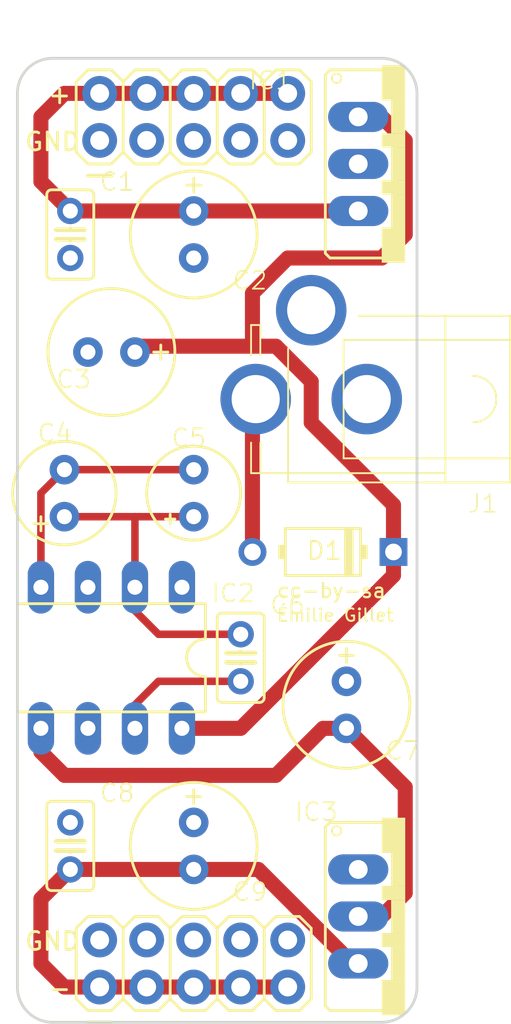
<source format=kicad_pcb>
(kicad_pcb (version 20171130) (host pcbnew 5.0.2+dfsg1-1)

  (general
    (thickness 1.6)
    (drawings 14)
    (tracks 63)
    (zones 0)
    (modules 16)
    (nets 13)
  )

  (page A4)
  (layers
    (0 Top signal)
    (31 Bottom signal)
    (32 B.Adhes user)
    (33 F.Adhes user)
    (34 B.Paste user)
    (35 F.Paste user)
    (36 B.SilkS user)
    (37 F.SilkS user)
    (38 B.Mask user)
    (39 F.Mask user)
    (40 Dwgs.User user)
    (41 Cmts.User user)
    (42 Eco1.User user)
    (43 Eco2.User user)
    (44 Edge.Cuts user)
    (45 Margin user)
    (46 B.CrtYd user)
    (47 F.CrtYd user)
    (48 B.Fab user)
    (49 F.Fab user)
  )

  (setup
    (last_trace_width 0.25)
    (trace_clearance 0.2)
    (zone_clearance 0.508)
    (zone_45_only no)
    (trace_min 0.2)
    (segment_width 0.2)
    (edge_width 0.15)
    (via_size 0.8)
    (via_drill 0.4)
    (via_min_size 0.4)
    (via_min_drill 0.3)
    (uvia_size 0.3)
    (uvia_drill 0.1)
    (uvias_allowed no)
    (uvia_min_size 0.2)
    (uvia_min_drill 0.1)
    (pcb_text_width 0.3)
    (pcb_text_size 1.5 1.5)
    (mod_edge_width 0.15)
    (mod_text_size 1 1)
    (mod_text_width 0.15)
    (pad_size 1.524 1.524)
    (pad_drill 0.762)
    (pad_to_mask_clearance 0.051)
    (solder_mask_min_width 0.25)
    (aux_axis_origin 0 0)
    (visible_elements FFFFFF7F)
    (pcbplotparams
      (layerselection 0x010fc_ffffffff)
      (usegerberextensions false)
      (usegerberattributes false)
      (usegerberadvancedattributes false)
      (creategerberjobfile false)
      (excludeedgelayer true)
      (linewidth 0.100000)
      (plotframeref false)
      (viasonmask false)
      (mode 1)
      (useauxorigin false)
      (hpglpennumber 1)
      (hpglpenspeed 20)
      (hpglpendiameter 15.000000)
      (psnegative false)
      (psa4output false)
      (plotreference true)
      (plotvalue true)
      (plotinvisibletext false)
      (padsonsilk false)
      (subtractmaskfromsilk false)
      (outputformat 1)
      (mirror false)
      (drillshape 1)
      (scaleselection 1)
      (outputdirectory ""))
  )

  (net 0 "")
  (net 1 GND)
  (net 2 VCC)
  (net 3 VEE)
  (net 4 /N$46)
  (net 5 /N$47)
  (net 6 /N$48)
  (net 7 /N$49)
  (net 8 /N$58)
  (net 9 /N$44)
  (net 10 "Net-(IC2-Pad6)")
  (net 11 "Net-(IC2-Pad1)")
  (net 12 "Net-(J1-Pad2)")

  (net_class Default "Questo è il gruppo di collegamenti predefinito"
    (clearance 0.2)
    (trace_width 0.25)
    (via_dia 0.8)
    (via_drill 0.4)
    (uvia_dia 0.3)
    (uvia_drill 0.1)
    (add_net /N$44)
    (add_net /N$46)
    (add_net /N$47)
    (add_net /N$48)
    (add_net /N$49)
    (add_net /N$58)
    (add_net GND)
    (add_net "Net-(IC2-Pad1)")
    (add_net "Net-(IC2-Pad6)")
    (add_net "Net-(J1-Pad2)")
    (add_net VCC)
    (add_net VEE)
  )

  (module SPC4078_BIG_HOLES (layer Top) (tedit 0) (tstamp 5F1FEDAB)
    (at 156.1211 97.3786 180)
    (path /5F1FF2B0)
    (fp_text reference J1 (at -7.62 -5.08) (layer F.SilkS)
      (effects (font (size 0.9652 0.9652) (thickness 0.077216)) (justify right top))
    )
    (fp_text value ~ (at -7.62 6.35) (layer F.Fab)
      (effects (font (size 1.2065 1.2065) (thickness 0.09652)) (justify right top))
    )
    (fp_line (start 3.79 2.73) (end 3.79 -4) (layer F.SilkS) (width 0.1))
    (fp_line (start -8.21 4.5) (end -0.02 4.5) (layer F.SilkS) (width 0.1))
    (fp_line (start 5.29 4) (end 5.79 4) (layer F.SilkS) (width 0.1))
    (fp_line (start 5.79 -2.35) (end 5.79 -4) (layer F.SilkS) (width 0.1))
    (fp_line (start 5.79 4) (end 5.79 2.35) (layer F.SilkS) (width 0.1))
    (fp_line (start 5.29 4) (end 5.29 2.35) (layer F.SilkS) (width 0.1))
    (fp_line (start 5.29 -2.35) (end 5.29 -4) (layer F.SilkS) (width 0.1))
    (fp_arc (start -6.21 0) (end -6.21 -1.25) (angle -180) (layer F.SilkS) (width 0.1))
    (fp_line (start -6.21 1.25) (end 0.79 1.25) (layer F.Fab) (width 0.1))
    (fp_line (start -6.21 -1.25) (end 0.79 -1.25) (layer F.Fab) (width 0.1))
    (fp_line (start 0.79 3.2) (end 0.79 -3.2) (layer F.SilkS) (width 0.1))
    (fp_line (start -8.21 3.2) (end 0.79 3.2) (layer F.SilkS) (width 0.1))
    (fp_line (start -8.21 -3.2) (end 0.79 -3.2) (layer F.SilkS) (width 0.1))
    (fp_line (start 5.29 4) (end 5.29 -4) (layer F.Fab) (width 0.1))
    (fp_line (start 5.79 4) (end 5.79 -4) (layer F.Fab) (width 0.1))
    (fp_line (start 5.29 -4) (end 5.79 -4) (layer F.SilkS) (width 0.1))
    (fp_line (start 3.79 -4) (end 5.29 -4) (layer F.SilkS) (width 0.1))
    (fp_line (start 5.29 4) (end 5.79 4) (layer F.Fab) (width 0.1))
    (fp_line (start 3.79 4) (end 5.29 4) (layer F.Fab) (width 0.1))
    (fp_line (start -8.21 4.5) (end 3.79 4.5) (layer F.Fab) (width 0.1))
    (fp_line (start -8.21 -4.5) (end 3.79 -4.5) (layer F.SilkS) (width 0.1))
    (fp_line (start 3.79 -4) (end 3.79 -4.5) (layer F.SilkS) (width 0.1))
    (fp_line (start 3.79 4.5) (end 3.79 4) (layer F.Fab) (width 0.1))
    (fp_line (start 3.79 4) (end 3.79 -4) (layer F.Fab) (width 0.1))
    (fp_line (start -4.71 -4) (end 3.79 -4) (layer F.SilkS) (width 0.1))
    (fp_line (start -4.71 4) (end 3.79 4) (layer F.Fab) (width 0.1))
    (fp_line (start -4.71 -4) (end -4.71 -4.5) (layer F.SilkS) (width 0.1))
    (fp_line (start -4.71 4.5) (end -4.71 -4) (layer F.SilkS) (width 0.1))
    (fp_line (start -8.21 -3.2) (end -8.21 -4.5) (layer F.SilkS) (width 0.1))
    (fp_line (start -8.21 3.2) (end -8.21 -3.2) (layer F.SilkS) (width 0.1))
    (fp_line (start -8.21 4.5) (end -8.21 3.2) (layer F.SilkS) (width 0.1))
    (pad 3 thru_hole circle (at 5.54 0 270) (size 3.81 3.81) (drill 2.6) (layers *.Cu *.Mask)
      (net 9 /N$44) (solder_mask_margin 0.1016))
    (pad 1 thru_hole circle (at -0.46 0 270) (size 3.81 3.81) (drill 2.6) (layers *.Cu *.Mask)
      (net 1 GND) (solder_mask_margin 0.1016))
    (pad 2 thru_hole circle (at 2.54 4.8 180) (size 3.81 3.81) (drill 2.6) (layers *.Cu *.Mask)
      (net 12 "Net-(J1-Pad2)") (solder_mask_margin 0.1016))
  )

  (module DIL08 (layer Top) (tedit 0) (tstamp 5F1FEDD0)
    (at 142.7861 111.3486 180)
    (descr "<b>Dual In Line Package</b>")
    (path /5F1FF120)
    (fp_text reference IC2 (at -5.334 2.921) (layer F.SilkS)
      (effects (font (size 0.9652 0.9652) (thickness 0.09652)) (justify left bottom))
    )
    (fp_text value LT1054 (at -3.556 0.635) (layer F.Fab)
      (effects (font (size 1.2065 1.2065) (thickness 0.14478)) (justify right top))
    )
    (fp_arc (start -5.08 0) (end -5.08 -1.016) (angle 180) (layer F.SilkS) (width 0.1524))
    (fp_line (start -5.08 2.921) (end -5.08 1.016) (layer F.SilkS) (width 0.1524))
    (fp_line (start -5.08 -2.921) (end -5.08 -1.016) (layer F.SilkS) (width 0.1524))
    (fp_line (start 5.08 -2.921) (end 5.08 2.921) (layer F.SilkS) (width 0.1524))
    (fp_line (start -5.08 2.921) (end 5.08 2.921) (layer F.SilkS) (width 0.1524))
    (fp_line (start 5.08 -2.921) (end -5.08 -2.921) (layer F.SilkS) (width 0.1524))
    (pad 5 thru_hole oval (at 3.81 -3.81 270) (size 2.8448 1.4224) (drill 0.8128) (layers *.Cu *.Mask)
      (net 8 /N$58) (solder_mask_margin 0.1016))
    (pad 6 thru_hole oval (at 1.27 -3.81 270) (size 2.8448 1.4224) (drill 0.8128) (layers *.Cu *.Mask)
      (net 10 "Net-(IC2-Pad6)") (solder_mask_margin 0.1016))
    (pad 4 thru_hole oval (at 3.81 3.81 270) (size 2.8448 1.4224) (drill 0.8128) (layers *.Cu *.Mask)
      (net 6 /N$48) (solder_mask_margin 0.1016))
    (pad 3 thru_hole oval (at 1.27 3.81 270) (size 2.8448 1.4224) (drill 0.8128) (layers *.Cu *.Mask)
      (net 1 GND) (solder_mask_margin 0.1016))
    (pad 8 thru_hole oval (at -3.81 -3.81 270) (size 2.8448 1.4224) (drill 0.8128) (layers *.Cu *.Mask)
      (net 4 /N$46) (solder_mask_margin 0.1016))
    (pad 7 thru_hole oval (at -1.27 -3.81 270) (size 2.8448 1.4224) (drill 0.8128) (layers *.Cu *.Mask)
      (net 7 /N$49) (solder_mask_margin 0.1016))
    (pad 2 thru_hole oval (at -1.27 3.81 270) (size 2.8448 1.4224) (drill 0.8128) (layers *.Cu *.Mask)
      (net 5 /N$47) (solder_mask_margin 0.1016))
    (pad 1 thru_hole oval (at -3.81 3.81 270) (size 2.8448 1.4224) (drill 0.8128) (layers *.Cu *.Mask)
      (net 11 "Net-(IC2-Pad1)") (solder_mask_margin 0.1016))
  )

  (module E2,5-6 (layer Top) (tedit 0) (tstamp 5F1FEDE1)
    (at 140.2461 102.4586 90)
    (descr "<b>ELECTROLYTIC CAPACITOR</b><p>\ngrid 2.54 mm, diameter 6 mm")
    (path /5F1FE950)
    (fp_text reference C4 (at 2.667 -1.524) (layer F.SilkS)
      (effects (font (size 0.9652 0.9652) (thickness 0.09652)) (justify left bottom))
    )
    (fp_text value 100u (at 2.667 2.667) (layer F.Fab)
      (effects (font (size 0.77216 0.77216) (thickness 0.077216)) (justify left bottom))
    )
    (fp_poly (pts (xy 0.254 1.27) (xy 0.762 1.27) (xy 0.762 -1.27) (xy 0.254 -1.27)) (layer F.Fab) (width 0))
    (fp_circle (center 0 0) (end 2.794 0) (layer F.SilkS) (width 0.1524))
    (fp_line (start 0.635 0) (end 1.651 0) (layer F.Fab) (width 0.1524))
    (fp_line (start -0.762 -1.27) (end -0.762 0) (layer F.Fab) (width 0.1524))
    (fp_line (start -0.254 -1.27) (end -0.762 -1.27) (layer F.Fab) (width 0.1524))
    (fp_line (start -0.254 1.27) (end -0.254 -1.27) (layer F.Fab) (width 0.1524))
    (fp_line (start -0.762 1.27) (end -0.254 1.27) (layer F.Fab) (width 0.1524))
    (fp_line (start -0.762 0) (end -0.762 1.27) (layer F.Fab) (width 0.1524))
    (fp_line (start -1.651 0) (end -0.762 0) (layer F.Fab) (width 0.1524))
    (fp_line (start -1.651 -1.27) (end -1.651 -1.651) (layer F.SilkS) (width 0.1524))
    (fp_line (start -1.651 -1.27) (end -1.27 -1.27) (layer F.SilkS) (width 0.1524))
    (fp_line (start -1.651 -0.889) (end -1.651 -1.27) (layer F.SilkS) (width 0.1524))
    (fp_line (start -2.032 -1.27) (end -1.651 -1.27) (layer F.SilkS) (width 0.1524))
    (pad + thru_hole circle (at -1.27 0 90) (size 1.6002 1.6002) (drill 0.8128) (layers *.Cu *.Mask)
      (net 5 /N$47) (solder_mask_margin 0.1016))
    (pad - thru_hole circle (at 1.27 0 90) (size 1.6002 1.6002) (drill 0.8128) (layers *.Cu *.Mask)
      (net 6 /N$48) (solder_mask_margin 0.1016))
  )

  (module E2,5-7 (layer Top) (tedit 0) (tstamp 5F1FEDF3)
    (at 147.2311 88.4886 270)
    (descr "<b>ELECTROLYTIC CAPACITOR</b><p>\ngrid 2.54 mm, diameter 7 mm")
    (path /5F1FE7C0)
    (fp_text reference C2 (at 3.048 -2.032) (layer F.SilkS)
      (effects (font (size 0.9652 0.9652) (thickness 0.09652)) (justify left bottom))
    )
    (fp_text value 100u (at 3.048 3.175 90) (layer F.Fab)
      (effects (font (size 0.77216 0.77216) (thickness 0.077216)) (justify left bottom))
    )
    (fp_poly (pts (xy 0.254 1.27) (xy 0.762 1.27) (xy 0.762 -1.27) (xy 0.254 -1.27)) (layer F.Fab) (width 0))
    (fp_circle (center 0 0) (end 3.429 0) (layer F.SilkS) (width 0.1524))
    (fp_line (start 0.635 0) (end 1.651 0) (layer F.Fab) (width 0.1524))
    (fp_line (start -0.762 -1.27) (end -0.762 0) (layer F.Fab) (width 0.1524))
    (fp_line (start -0.254 -1.27) (end -0.762 -1.27) (layer F.Fab) (width 0.1524))
    (fp_line (start -0.254 1.27) (end -0.254 -1.27) (layer F.Fab) (width 0.1524))
    (fp_line (start -0.762 1.27) (end -0.254 1.27) (layer F.Fab) (width 0.1524))
    (fp_line (start -0.762 0) (end -0.762 1.27) (layer F.Fab) (width 0.1524))
    (fp_line (start -1.651 0) (end -0.762 0) (layer F.Fab) (width 0.1524))
    (fp_line (start -2.667 0.381) (end -2.667 -0.381) (layer F.SilkS) (width 0.1524))
    (fp_line (start -3.048 0) (end -2.286 0) (layer F.SilkS) (width 0.1524))
    (pad + thru_hole circle (at -1.27 0 270) (size 1.6002 1.6002) (drill 0.8128) (layers *.Cu *.Mask)
      (net 2 VCC) (solder_mask_margin 0.1016))
    (pad - thru_hole circle (at 1.27 0 270) (size 1.6002 1.6002) (drill 0.8128) (layers *.Cu *.Mask)
      (net 1 GND) (solder_mask_margin 0.1016))
  )

  (module E2,5-7 (layer Top) (tedit 0) (tstamp 5F1FEE03)
    (at 147.2311 121.5086 270)
    (descr "<b>ELECTROLYTIC CAPACITOR</b><p>\ngrid 2.54 mm, diameter 7 mm")
    (path /5F1FED38)
    (fp_text reference C9 (at 3.048 -2.032) (layer F.SilkS)
      (effects (font (size 0.9652 0.9652) (thickness 0.09652)) (justify left bottom))
    )
    (fp_text value 100u (at 3.048 3.175 90) (layer F.Fab)
      (effects (font (size 0.77216 0.77216) (thickness 0.077216)) (justify left bottom))
    )
    (fp_poly (pts (xy 0.254 1.27) (xy 0.762 1.27) (xy 0.762 -1.27) (xy 0.254 -1.27)) (layer F.Fab) (width 0))
    (fp_circle (center 0 0) (end 3.429 0) (layer F.SilkS) (width 0.1524))
    (fp_line (start 0.635 0) (end 1.651 0) (layer F.Fab) (width 0.1524))
    (fp_line (start -0.762 -1.27) (end -0.762 0) (layer F.Fab) (width 0.1524))
    (fp_line (start -0.254 -1.27) (end -0.762 -1.27) (layer F.Fab) (width 0.1524))
    (fp_line (start -0.254 1.27) (end -0.254 -1.27) (layer F.Fab) (width 0.1524))
    (fp_line (start -0.762 1.27) (end -0.254 1.27) (layer F.Fab) (width 0.1524))
    (fp_line (start -0.762 0) (end -0.762 1.27) (layer F.Fab) (width 0.1524))
    (fp_line (start -1.651 0) (end -0.762 0) (layer F.Fab) (width 0.1524))
    (fp_line (start -2.667 0.381) (end -2.667 -0.381) (layer F.SilkS) (width 0.1524))
    (fp_line (start -3.048 0) (end -2.286 0) (layer F.SilkS) (width 0.1524))
    (pad + thru_hole circle (at -1.27 0 270) (size 1.6002 1.6002) (drill 0.8128) (layers *.Cu *.Mask)
      (net 1 GND) (solder_mask_margin 0.1016))
    (pad - thru_hole circle (at 1.27 0 270) (size 1.6002 1.6002) (drill 0.8128) (layers *.Cu *.Mask)
      (net 3 VEE) (solder_mask_margin 0.1016))
  )

  (module 79XXS (layer Top) (tedit 0) (tstamp 5F1FEE13)
    (at 158.6611 125.3186 270)
    (descr "<b>VOLTAGE REGULATOR</b>")
    (path /5F1FF1E8)
    (fp_text reference IC3 (at -5.08 6.0452) (layer F.SilkS)
      (effects (font (size 0.9652 0.9652) (thickness 0.09652)) (justify left bottom))
    )
    (fp_text value 790X (at -5.08 7.62 90) (layer F.Fab)
      (effects (font (size 0.9652 0.9652) (thickness 0.09652)) (justify left bottom))
    )
    (fp_poly (pts (xy 1.651 1.27) (xy 3.429 1.27) (xy 3.429 0.762) (xy 1.651 0.762)) (layer F.Fab) (width 0))
    (fp_poly (pts (xy -0.889 1.27) (xy 0.889 1.27) (xy 0.889 0.762) (xy -0.889 0.762)) (layer F.Fab) (width 0))
    (fp_poly (pts (xy -3.429 1.27) (xy -1.651 1.27) (xy -1.651 0.762) (xy -3.429 0.762)) (layer F.Fab) (width 0))
    (fp_poly (pts (xy 3.429 1.27) (xy 5.334 1.27) (xy 5.334 0) (xy 3.429 0)) (layer F.SilkS) (width 0))
    (fp_poly (pts (xy 1.651 0.762) (xy 3.429 0.762) (xy 3.429 0) (xy 1.651 0)) (layer F.SilkS) (width 0))
    (fp_poly (pts (xy 0.889 1.27) (xy 1.651 1.27) (xy 1.651 0) (xy 0.889 0)) (layer F.SilkS) (width 0))
    (fp_poly (pts (xy -0.889 0.762) (xy 0.889 0.762) (xy 0.889 0) (xy -0.889 0)) (layer F.SilkS) (width 0))
    (fp_poly (pts (xy -1.651 1.27) (xy -0.889 1.27) (xy -0.889 0) (xy -1.651 0)) (layer F.SilkS) (width 0))
    (fp_poly (pts (xy -3.429 0.762) (xy -1.651 0.762) (xy -1.651 0) (xy -3.429 0)) (layer F.SilkS) (width 0))
    (fp_poly (pts (xy -5.334 1.27) (xy -3.429 1.27) (xy -3.429 0) (xy -5.334 0)) (layer F.SilkS) (width 0))
    (fp_text user O (at 1.905 3.81 270) (layer F.Fab)
      (effects (font (size 1.2065 1.2065) (thickness 0.127)) (justify left bottom))
    )
    (fp_text user I (at -0.635 3.81 270) (layer F.Fab)
      (effects (font (size 1.2065 1.2065) (thickness 0.127)) (justify left bottom))
    )
    (fp_text user + (at -3.175 3.81 270) (layer F.Fab)
      (effects (font (size 1.2065 1.2065) (thickness 0.127)) (justify left bottom))
    )
    (fp_circle (center -4.6228 3.7084) (end -4.3688 3.7084) (layer F.SilkS) (width 0.1))
    (fp_line (start -5.08 4.064) (end -5.08 1.143) (layer F.SilkS) (width 0.1524))
    (fp_line (start 5.08 1.143) (end 5.08 4.064) (layer F.SilkS) (width 0.1524))
    (fp_line (start -5.08 4.064) (end -4.826 4.318) (layer F.SilkS) (width 0.1524))
    (fp_line (start 4.826 4.318) (end -4.826 4.318) (layer F.SilkS) (width 0.1524))
    (fp_line (start 4.826 4.318) (end 5.08 4.064) (layer F.SilkS) (width 0.1524))
    (pad OUT thru_hole oval (at 2.54 2.54) (size 3.2512 1.6256) (drill 1.016) (layers *.Cu *.Mask)
      (net 3 VEE) (solder_mask_margin 0.1016))
    (pad IN thru_hole oval (at 0 2.54) (size 3.2512 1.6256) (drill 1.016) (layers *.Cu *.Mask)
      (net 8 /N$58) (solder_mask_margin 0.1016))
    (pad GND thru_hole oval (at -2.54 2.54) (size 3.2512 1.6256) (drill 1.016) (layers *.Cu *.Mask)
      (net 1 GND) (solder_mask_margin 0.1016))
  )

  (module E2,5-7 (layer Top) (tedit 0) (tstamp 5F1FEE2C)
    (at 142.7861 94.8386 180)
    (descr "<b>ELECTROLYTIC CAPACITOR</b><p>\ngrid 2.54 mm, diameter 7 mm")
    (path /5F1FE888)
    (fp_text reference C3 (at 3.048 -2.032) (layer F.SilkS)
      (effects (font (size 0.9652 0.9652) (thickness 0.09652)) (justify left bottom))
    )
    (fp_text value 100u (at 3.048 3.175 90) (layer F.Fab)
      (effects (font (size 0.77216 0.77216) (thickness 0.077216)) (justify left bottom))
    )
    (fp_poly (pts (xy 0.254 1.27) (xy 0.762 1.27) (xy 0.762 -1.27) (xy 0.254 -1.27)) (layer F.Fab) (width 0))
    (fp_circle (center 0 0) (end 3.429 0) (layer F.SilkS) (width 0.1524))
    (fp_line (start 0.635 0) (end 1.651 0) (layer F.Fab) (width 0.1524))
    (fp_line (start -0.762 -1.27) (end -0.762 0) (layer F.Fab) (width 0.1524))
    (fp_line (start -0.254 -1.27) (end -0.762 -1.27) (layer F.Fab) (width 0.1524))
    (fp_line (start -0.254 1.27) (end -0.254 -1.27) (layer F.Fab) (width 0.1524))
    (fp_line (start -0.762 1.27) (end -0.254 1.27) (layer F.Fab) (width 0.1524))
    (fp_line (start -0.762 0) (end -0.762 1.27) (layer F.Fab) (width 0.1524))
    (fp_line (start -1.651 0) (end -0.762 0) (layer F.Fab) (width 0.1524))
    (fp_line (start -2.667 0.381) (end -2.667 -0.381) (layer F.SilkS) (width 0.1524))
    (fp_line (start -3.048 0) (end -2.286 0) (layer F.SilkS) (width 0.1524))
    (pad + thru_hole circle (at -1.27 0 180) (size 1.6002 1.6002) (drill 0.8128) (layers *.Cu *.Mask)
      (net 4 /N$46) (solder_mask_margin 0.1016))
    (pad - thru_hole circle (at 1.27 0 180) (size 1.6002 1.6002) (drill 0.8128) (layers *.Cu *.Mask)
      (net 1 GND) (solder_mask_margin 0.1016))
  )

  (module E2,5-7 (layer Top) (tedit 0) (tstamp 5F1FEE3C)
    (at 155.4861 113.8886 270)
    (descr "<b>ELECTROLYTIC CAPACITOR</b><p>\ngrid 2.54 mm, diameter 7 mm")
    (path /5F1FEBA8)
    (fp_text reference C7 (at 3.048 -2.032) (layer F.SilkS)
      (effects (font (size 0.9652 0.9652) (thickness 0.09652)) (justify left bottom))
    )
    (fp_text value 100u (at 3.048 3.175 90) (layer F.Fab)
      (effects (font (size 0.77216 0.77216) (thickness 0.077216)) (justify left bottom))
    )
    (fp_poly (pts (xy 0.254 1.27) (xy 0.762 1.27) (xy 0.762 -1.27) (xy 0.254 -1.27)) (layer F.Fab) (width 0))
    (fp_circle (center 0 0) (end 3.429 0) (layer F.SilkS) (width 0.1524))
    (fp_line (start 0.635 0) (end 1.651 0) (layer F.Fab) (width 0.1524))
    (fp_line (start -0.762 -1.27) (end -0.762 0) (layer F.Fab) (width 0.1524))
    (fp_line (start -0.254 -1.27) (end -0.762 -1.27) (layer F.Fab) (width 0.1524))
    (fp_line (start -0.254 1.27) (end -0.254 -1.27) (layer F.Fab) (width 0.1524))
    (fp_line (start -0.762 1.27) (end -0.254 1.27) (layer F.Fab) (width 0.1524))
    (fp_line (start -0.762 0) (end -0.762 1.27) (layer F.Fab) (width 0.1524))
    (fp_line (start -1.651 0) (end -0.762 0) (layer F.Fab) (width 0.1524))
    (fp_line (start -2.667 0.381) (end -2.667 -0.381) (layer F.SilkS) (width 0.1524))
    (fp_line (start -3.048 0) (end -2.286 0) (layer F.SilkS) (width 0.1524))
    (pad + thru_hole circle (at -1.27 0 270) (size 1.6002 1.6002) (drill 0.8128) (layers *.Cu *.Mask)
      (net 1 GND) (solder_mask_margin 0.1016))
    (pad - thru_hole circle (at 1.27 0 270) (size 1.6002 1.6002) (drill 0.8128) (layers *.Cu *.Mask)
      (net 8 /N$58) (solder_mask_margin 0.1016))
  )

  (module 78XXS (layer Top) (tedit 0) (tstamp 5F1FEE4C)
    (at 158.6611 84.6786 270)
    (descr "<b>VOLTAGE REGULATOR</b>")
    (path /5F1FF058)
    (fp_text reference IC1 (at -5.08 6.0452) (layer F.SilkS)
      (effects (font (size 0.9652 0.9652) (thickness 0.09652)) (justify right top))
    )
    (fp_text value 780X (at -5.08 7.62 90) (layer F.Fab)
      (effects (font (size 0.9652 0.9652) (thickness 0.09652)) (justify left bottom))
    )
    (fp_poly (pts (xy 1.651 1.27) (xy 3.429 1.27) (xy 3.429 0.762) (xy 1.651 0.762)) (layer F.Fab) (width 0))
    (fp_poly (pts (xy -0.889 1.27) (xy 0.889 1.27) (xy 0.889 0.762) (xy -0.889 0.762)) (layer F.Fab) (width 0))
    (fp_poly (pts (xy -3.429 1.27) (xy -1.651 1.27) (xy -1.651 0.762) (xy -3.429 0.762)) (layer F.Fab) (width 0))
    (fp_poly (pts (xy 3.429 1.27) (xy 5.334 1.27) (xy 5.334 0) (xy 3.429 0)) (layer F.SilkS) (width 0))
    (fp_poly (pts (xy 1.651 0.762) (xy 3.429 0.762) (xy 3.429 0) (xy 1.651 0)) (layer F.SilkS) (width 0))
    (fp_poly (pts (xy 0.889 1.27) (xy 1.651 1.27) (xy 1.651 0) (xy 0.889 0)) (layer F.SilkS) (width 0))
    (fp_poly (pts (xy -0.889 0.762) (xy 0.889 0.762) (xy 0.889 0) (xy -0.889 0)) (layer F.SilkS) (width 0))
    (fp_poly (pts (xy -1.651 1.27) (xy -0.889 1.27) (xy -0.889 0) (xy -1.651 0)) (layer F.SilkS) (width 0))
    (fp_poly (pts (xy -3.429 0.762) (xy -1.651 0.762) (xy -1.651 0) (xy -3.429 0)) (layer F.SilkS) (width 0))
    (fp_poly (pts (xy -5.334 1.27) (xy -3.429 1.27) (xy -3.429 0) (xy -5.334 0)) (layer F.SilkS) (width 0))
    (fp_text user O (at 1.905 3.81 270) (layer F.Fab)
      (effects (font (size 1.2065 1.2065) (thickness 0.127)) (justify left bottom))
    )
    (fp_text user I (at -3.175 3.81 270) (layer F.Fab)
      (effects (font (size 1.2065 1.2065) (thickness 0.127)) (justify left bottom))
    )
    (fp_text user - (at -0.635 3.81 270) (layer F.Fab)
      (effects (font (size 1.2065 1.2065) (thickness 0.127)) (justify left bottom))
    )
    (fp_circle (center -4.6228 3.7084) (end -4.3688 3.7084) (layer F.SilkS) (width 0.1))
    (fp_line (start -5.08 4.064) (end -5.08 1.143) (layer F.SilkS) (width 0.1524))
    (fp_line (start 5.08 1.143) (end 5.08 4.064) (layer F.SilkS) (width 0.1524))
    (fp_line (start -5.08 4.064) (end -4.826 4.318) (layer F.SilkS) (width 0.1524))
    (fp_line (start 4.826 4.318) (end -4.826 4.318) (layer F.SilkS) (width 0.1524))
    (fp_line (start 4.826 4.318) (end 5.08 4.064) (layer F.SilkS) (width 0.1524))
    (pad OUT thru_hole oval (at 2.54 2.54) (size 3.2512 1.6256) (drill 1.016) (layers *.Cu *.Mask)
      (net 2 VCC) (solder_mask_margin 0.1016))
    (pad GND thru_hole oval (at 0 2.54) (size 3.2512 1.6256) (drill 1.016) (layers *.Cu *.Mask)
      (net 1 GND) (solder_mask_margin 0.1016))
    (pad IN thru_hole oval (at -2.54 2.54) (size 3.2512 1.6256) (drill 1.016) (layers *.Cu *.Mask)
      (net 4 /N$46) (solder_mask_margin 0.1016))
  )

  (module DO41-3 (layer Top) (tedit 0) (tstamp 5F1FEE65)
    (at 154.2161 105.6336 180)
    (descr "<b>DO-41 0.3\" pad spacing</b>")
    (path /5F1FEE00)
    (fp_text reference D1 (at -1.0922 0.635) (layer F.SilkS)
      (effects (font (size 0.9652 0.9652) (thickness 0.115824)) (justify right top))
    )
    (fp_text value 1N4001 (at -1.905 2.794) (layer F.Fab)
      (effects (font (size 0.9652 0.9652) (thickness 0.115824)) (justify left bottom))
    )
    (fp_poly (pts (xy 2.032 0.381) (xy 2.413 0.381) (xy 2.413 -0.381) (xy 2.032 -0.381)) (layer F.SilkS) (width 0))
    (fp_poly (pts (xy -2.413 0.381) (xy -2.032 0.381) (xy -2.032 -0.381) (xy -2.413 -0.381)) (layer F.SilkS) (width 0))
    (fp_poly (pts (xy -1.651 1.27) (xy -1.143 1.27) (xy -1.143 -1.27) (xy -1.651 -1.27)) (layer F.SilkS) (width 0))
    (fp_line (start -3.81 0) (end -2.54 0) (layer F.Fab) (width 0.762))
    (fp_line (start 3.81 0) (end 2.413 0) (layer F.Fab) (width 0.762))
    (fp_line (start -2.032 -1.27) (end -2.032 1.27) (layer F.SilkS) (width 0.1524))
    (fp_line (start -2.032 -1.27) (end 2.032 -1.27) (layer F.SilkS) (width 0.1524))
    (fp_line (start 2.032 1.27) (end 2.032 -1.27) (layer F.SilkS) (width 0.1524))
    (fp_line (start 2.032 1.27) (end -2.032 1.27) (layer F.SilkS) (width 0.1524))
    (pad A thru_hole circle (at 3.81 0 180) (size 1.5096 1.5096) (drill 0.9) (layers *.Cu *.Mask)
      (net 9 /N$44) (solder_mask_margin 0.1016))
    (pad C thru_hole rect (at -3.81 0 180) (size 1.5096 1.5096) (drill 0.9) (layers *.Cu *.Mask)
      (net 4 /N$46) (solder_mask_margin 0.1016))
  )

  (module C025-025X050 (layer Top) (tedit 0) (tstamp 5F1FEE73)
    (at 149.7711 111.3486 270)
    (descr "<b>CAPACITOR</b><p>\ngrid 2.5 mm, outline 2.5 x 5 mm")
    (path /5F1FEAE0)
    (fp_text reference C6 (at -2.286 -1.524) (layer F.SilkS)
      (effects (font (size 0.9652 0.9652) (thickness 0.09652)) (justify left bottom))
    )
    (fp_text value 10p (at -2.286 2.794) (layer F.Fab)
      (effects (font (size 0.77216 0.77216) (thickness 0.077216)) (justify left bottom))
    )
    (fp_line (start -0.381 0) (end -0.762 0) (layer F.Fab) (width 0.1524))
    (fp_line (start -0.254 0) (end -0.381 0) (layer F.SilkS) (width 0.1524))
    (fp_line (start -0.254 0) (end -0.254 0.762) (layer F.SilkS) (width 0.254))
    (fp_line (start -0.254 -0.762) (end -0.254 0) (layer F.SilkS) (width 0.254))
    (fp_line (start 0.254 0) (end 0.254 0.762) (layer F.SilkS) (width 0.254))
    (fp_line (start 0.254 0) (end 0.254 -0.762) (layer F.SilkS) (width 0.254))
    (fp_line (start 0.381 0) (end 0.254 0) (layer F.SilkS) (width 0.1524))
    (fp_line (start 0.762 0) (end 0.381 0) (layer F.Fab) (width 0.1524))
    (fp_arc (start -2.159 1.016) (end -2.413 1.016) (angle -90) (layer F.SilkS) (width 0.1524))
    (fp_arc (start 2.159 1.016) (end 2.159 1.27) (angle -90) (layer F.SilkS) (width 0.1524))
    (fp_arc (start -2.159 -1.016) (end -2.413 -1.016) (angle 90) (layer F.SilkS) (width 0.1524))
    (fp_arc (start 2.159 -1.016) (end 2.159 -1.27) (angle 90) (layer F.SilkS) (width 0.1524))
    (fp_line (start -2.413 -1.016) (end -2.413 1.016) (layer F.SilkS) (width 0.1524))
    (fp_line (start 2.413 -1.016) (end 2.413 1.016) (layer F.SilkS) (width 0.1524))
    (fp_line (start 2.159 1.27) (end -2.159 1.27) (layer F.SilkS) (width 0.1524))
    (fp_line (start -2.159 -1.27) (end 2.159 -1.27) (layer F.SilkS) (width 0.1524))
    (pad 2 thru_hole circle (at 1.27 0 270) (size 1.4224 1.4224) (drill 0.8128) (layers *.Cu *.Mask)
      (net 7 /N$49) (solder_mask_margin 0.1016))
    (pad 1 thru_hole circle (at -1.27 0 270) (size 1.4224 1.4224) (drill 0.8128) (layers *.Cu *.Mask)
      (net 5 /N$47) (solder_mask_margin 0.1016))
  )

  (module E2,5-5 (layer Top) (tedit 0) (tstamp 5F1FEE88)
    (at 147.2311 102.4586 90)
    (descr "<b>ELECTROLYTIC CAPACITOR</b><p>\ngrid 2.54 mm, diameter 5 mm")
    (path /5F1FEA18)
    (fp_text reference C5 (at 2.413 -1.27) (layer F.SilkS)
      (effects (font (size 0.9652 0.9652) (thickness 0.09652)) (justify left bottom))
    )
    (fp_text value 10u (at 2.413 2.413) (layer F.Fab)
      (effects (font (size 0.77216 0.77216) (thickness 0.077216)) (justify left bottom))
    )
    (fp_poly (pts (xy 0.254 1.27) (xy 0.762 1.27) (xy 0.762 -1.27) (xy 0.254 -1.27)) (layer F.Fab) (width 0))
    (fp_circle (center 0 0) (end 2.54 0) (layer F.SilkS) (width 0.1524))
    (fp_line (start 0.635 0) (end 1.651 0) (layer F.Fab) (width 0.1524))
    (fp_line (start -0.762 -1.27) (end -0.762 0) (layer F.Fab) (width 0.1524))
    (fp_line (start -0.254 -1.27) (end -0.762 -1.27) (layer F.Fab) (width 0.1524))
    (fp_line (start -0.254 1.27) (end -0.254 -1.27) (layer F.Fab) (width 0.1524))
    (fp_line (start -0.762 1.27) (end -0.254 1.27) (layer F.Fab) (width 0.1524))
    (fp_line (start -0.762 0) (end -0.762 1.27) (layer F.Fab) (width 0.1524))
    (fp_line (start -1.651 0) (end -0.762 0) (layer F.Fab) (width 0.1524))
    (fp_line (start -1.397 -1.27) (end -1.397 -1.524) (layer F.SilkS) (width 0.1524))
    (fp_line (start -1.397 -1.27) (end -1.143 -1.27) (layer F.SilkS) (width 0.1524))
    (fp_line (start -1.397 -1.016) (end -1.397 -1.27) (layer F.SilkS) (width 0.1524))
    (fp_line (start -1.651 -1.27) (end -1.397 -1.27) (layer F.SilkS) (width 0.1524))
    (pad + thru_hole circle (at -1.27 0 90) (size 1.6002 1.6002) (drill 0.8128) (layers *.Cu *.Mask)
      (net 5 /N$47) (solder_mask_margin 0.1016))
    (pad - thru_hole circle (at 1.27 0 90) (size 1.6002 1.6002) (drill 0.8128) (layers *.Cu *.Mask)
      (net 6 /N$48) (solder_mask_margin 0.1016))
  )

  (module C025-025X050 (layer Top) (tedit 0) (tstamp 5F1FEE9A)
    (at 140.5636 88.4886 270)
    (descr "<b>CAPACITOR</b><p>\ngrid 2.5 mm, outline 2.5 x 5 mm")
    (path /5F1FE6F8)
    (fp_text reference C1 (at -2.286 -1.524) (layer F.SilkS)
      (effects (font (size 0.9652 0.9652) (thickness 0.09652)) (justify left bottom))
    )
    (fp_text value 100n (at -2.286 2.794 90) (layer F.Fab)
      (effects (font (size 0.77216 0.77216) (thickness 0.077216)) (justify left bottom))
    )
    (fp_line (start -0.381 0) (end -0.762 0) (layer F.Fab) (width 0.1524))
    (fp_line (start -0.254 0) (end -0.381 0) (layer F.SilkS) (width 0.1524))
    (fp_line (start -0.254 0) (end -0.254 0.762) (layer F.SilkS) (width 0.254))
    (fp_line (start -0.254 -0.762) (end -0.254 0) (layer F.SilkS) (width 0.254))
    (fp_line (start 0.254 0) (end 0.254 0.762) (layer F.SilkS) (width 0.254))
    (fp_line (start 0.254 0) (end 0.254 -0.762) (layer F.SilkS) (width 0.254))
    (fp_line (start 0.381 0) (end 0.254 0) (layer F.SilkS) (width 0.1524))
    (fp_line (start 0.762 0) (end 0.381 0) (layer F.Fab) (width 0.1524))
    (fp_arc (start -2.159 1.016) (end -2.413 1.016) (angle -90) (layer F.SilkS) (width 0.1524))
    (fp_arc (start 2.159 1.016) (end 2.159 1.27) (angle -90) (layer F.SilkS) (width 0.1524))
    (fp_arc (start -2.159 -1.016) (end -2.413 -1.016) (angle 90) (layer F.SilkS) (width 0.1524))
    (fp_arc (start 2.159 -1.016) (end 2.159 -1.27) (angle 90) (layer F.SilkS) (width 0.1524))
    (fp_line (start -2.413 -1.016) (end -2.413 1.016) (layer F.SilkS) (width 0.1524))
    (fp_line (start 2.413 -1.016) (end 2.413 1.016) (layer F.SilkS) (width 0.1524))
    (fp_line (start 2.159 1.27) (end -2.159 1.27) (layer F.SilkS) (width 0.1524))
    (fp_line (start -2.159 -1.27) (end 2.159 -1.27) (layer F.SilkS) (width 0.1524))
    (pad 2 thru_hole circle (at 1.27 0 270) (size 1.4224 1.4224) (drill 0.8128) (layers *.Cu *.Mask)
      (net 1 GND) (solder_mask_margin 0.1016))
    (pad 1 thru_hole circle (at -1.27 0 270) (size 1.4224 1.4224) (drill 0.8128) (layers *.Cu *.Mask)
      (net 2 VCC) (solder_mask_margin 0.1016))
  )

  (module C025-025X050 (layer Top) (tedit 0) (tstamp 5F1FEEAF)
    (at 140.5636 121.5086 270)
    (descr "<b>CAPACITOR</b><p>\ngrid 2.5 mm, outline 2.5 x 5 mm")
    (path /5F1FEC70)
    (fp_text reference C8 (at -2.286 -1.524) (layer F.SilkS)
      (effects (font (size 0.9652 0.9652) (thickness 0.09652)) (justify left bottom))
    )
    (fp_text value 100n (at -2.286 2.794 90) (layer F.Fab)
      (effects (font (size 0.77216 0.77216) (thickness 0.077216)) (justify left bottom))
    )
    (fp_line (start -0.381 0) (end -0.762 0) (layer F.Fab) (width 0.1524))
    (fp_line (start -0.254 0) (end -0.381 0) (layer F.SilkS) (width 0.1524))
    (fp_line (start -0.254 0) (end -0.254 0.762) (layer F.SilkS) (width 0.254))
    (fp_line (start -0.254 -0.762) (end -0.254 0) (layer F.SilkS) (width 0.254))
    (fp_line (start 0.254 0) (end 0.254 0.762) (layer F.SilkS) (width 0.254))
    (fp_line (start 0.254 0) (end 0.254 -0.762) (layer F.SilkS) (width 0.254))
    (fp_line (start 0.381 0) (end 0.254 0) (layer F.SilkS) (width 0.1524))
    (fp_line (start 0.762 0) (end 0.381 0) (layer F.Fab) (width 0.1524))
    (fp_arc (start -2.159 1.016) (end -2.413 1.016) (angle -90) (layer F.SilkS) (width 0.1524))
    (fp_arc (start 2.159 1.016) (end 2.159 1.27) (angle -90) (layer F.SilkS) (width 0.1524))
    (fp_arc (start -2.159 -1.016) (end -2.413 -1.016) (angle 90) (layer F.SilkS) (width 0.1524))
    (fp_arc (start 2.159 -1.016) (end 2.159 -1.27) (angle 90) (layer F.SilkS) (width 0.1524))
    (fp_line (start -2.413 -1.016) (end -2.413 1.016) (layer F.SilkS) (width 0.1524))
    (fp_line (start 2.413 -1.016) (end 2.413 1.016) (layer F.SilkS) (width 0.1524))
    (fp_line (start 2.159 1.27) (end -2.159 1.27) (layer F.SilkS) (width 0.1524))
    (fp_line (start -2.159 -1.27) (end 2.159 -1.27) (layer F.SilkS) (width 0.1524))
    (pad 2 thru_hole circle (at 1.27 0 270) (size 1.4224 1.4224) (drill 0.8128) (layers *.Cu *.Mask)
      (net 3 VEE) (solder_mask_margin 0.1016))
    (pad 1 thru_hole circle (at -1.27 0 270) (size 1.4224 1.4224) (drill 0.8128) (layers *.Cu *.Mask)
      (net 1 GND) (solder_mask_margin 0.1016))
  )

  (module AVR_ICSP (layer Top) (tedit 0) (tstamp 5F1FEEC4)
    (at 147.2311 82.1386 90)
    (descr "<b>PIN HEADER</b>")
    (path /5F1FF378)
    (fp_text reference JP1 (at -2.794 3.302 180) (layer F.SilkS) hide
      (effects (font (size 0.38608 0.38608) (thickness 0.032512)) (justify right top))
    )
    (fp_text value M05X2PTH (at -2.794 0.254 180) (layer F.Fab) hide
      (effects (font (size 0.38608 0.38608) (thickness 0.032512)) (justify right top))
    )
    (fp_poly (pts (xy 1.016 2.794) (xy 1.524 2.794) (xy 1.524 2.286) (xy 1.016 2.286)) (layer F.Fab) (width 0))
    (fp_poly (pts (xy -1.524 2.794) (xy -1.016 2.794) (xy -1.016 2.286) (xy -1.524 2.286)) (layer F.Fab) (width 0))
    (fp_poly (pts (xy -1.524 5.334) (xy -1.016 5.334) (xy -1.016 4.826) (xy -1.524 4.826)) (layer F.Fab) (width 0))
    (fp_poly (pts (xy 1.016 5.334) (xy 1.524 5.334) (xy 1.524 4.826) (xy 1.016 4.826)) (layer F.Fab) (width 0))
    (fp_poly (pts (xy -1.524 0.254) (xy -1.016 0.254) (xy -1.016 -0.254) (xy -1.524 -0.254)) (layer F.SilkS) (width 0))
    (fp_poly (pts (xy 1.016 0.254) (xy 1.524 0.254) (xy 1.524 -0.254) (xy 1.016 -0.254)) (layer F.Fab) (width 0))
    (fp_poly (pts (xy -1.524 -2.286) (xy -1.016 -2.286) (xy -1.016 -2.794) (xy -1.524 -2.794)) (layer F.Fab) (width 0))
    (fp_poly (pts (xy 1.016 -2.286) (xy 1.524 -2.286) (xy 1.524 -2.794) (xy 1.016 -2.794)) (layer F.Fab) (width 0))
    (fp_poly (pts (xy 1.016 -4.826) (xy 1.524 -4.826) (xy 1.524 -5.334) (xy 1.016 -5.334)) (layer F.Fab) (width 0))
    (fp_poly (pts (xy -1.524 -4.826) (xy -1.016 -4.826) (xy -1.016 -5.334) (xy -1.524 -5.334)) (layer F.Fab) (width 0))
    (fp_line (start -3.175 -5.715) (end -3.175 -4.445) (layer F.SilkS) (width 0.2032))
    (fp_line (start -2.54 4.445) (end -2.54 5.715) (layer F.SilkS) (width 0.1524))
    (fp_line (start 1.905 6.35) (end -1.905 6.35) (layer F.SilkS) (width 0.1524))
    (fp_line (start 2.54 5.715) (end 1.905 6.35) (layer F.SilkS) (width 0.1524))
    (fp_line (start 2.54 4.445) (end 2.54 5.715) (layer F.SilkS) (width 0.1524))
    (fp_line (start 1.905 3.81) (end 2.54 4.445) (layer F.SilkS) (width 0.1524))
    (fp_line (start -2.54 5.715) (end -1.905 6.35) (layer F.SilkS) (width 0.1524))
    (fp_line (start -1.905 3.81) (end -2.54 4.445) (layer F.SilkS) (width 0.1524))
    (fp_line (start -2.54 -5.715) (end -2.54 -4.445) (layer F.SilkS) (width 0.1524))
    (fp_line (start -2.54 -3.175) (end -2.54 -1.905) (layer F.SilkS) (width 0.1524))
    (fp_line (start -2.54 -0.635) (end -2.54 0.635) (layer F.SilkS) (width 0.1524))
    (fp_line (start -2.54 1.905) (end -2.54 3.175) (layer F.SilkS) (width 0.1524))
    (fp_line (start 1.905 3.81) (end -1.905 3.81) (layer F.SilkS) (width 0.1524))
    (fp_line (start 1.905 1.27) (end -1.905 1.27) (layer F.SilkS) (width 0.1524))
    (fp_line (start 1.905 -1.27) (end -1.905 -1.27) (layer F.SilkS) (width 0.1524))
    (fp_line (start 1.905 -3.81) (end -1.905 -3.81) (layer F.SilkS) (width 0.1524))
    (fp_line (start 2.54 3.175) (end 1.905 3.81) (layer F.SilkS) (width 0.1524))
    (fp_line (start 2.54 1.905) (end 2.54 3.175) (layer F.SilkS) (width 0.1524))
    (fp_line (start 1.905 1.27) (end 2.54 1.905) (layer F.SilkS) (width 0.1524))
    (fp_line (start 2.54 0.635) (end 1.905 1.27) (layer F.SilkS) (width 0.1524))
    (fp_line (start 2.54 -0.635) (end 2.54 0.635) (layer F.SilkS) (width 0.1524))
    (fp_line (start 1.905 -1.27) (end 2.54 -0.635) (layer F.SilkS) (width 0.1524))
    (fp_line (start 2.54 -1.905) (end 1.905 -1.27) (layer F.SilkS) (width 0.1524))
    (fp_line (start 2.54 -3.175) (end 2.54 -1.905) (layer F.SilkS) (width 0.1524))
    (fp_line (start 1.905 -3.81) (end 2.54 -3.175) (layer F.SilkS) (width 0.1524))
    (fp_line (start 2.54 -4.445) (end 1.905 -3.81) (layer F.SilkS) (width 0.1524))
    (fp_line (start 2.54 -5.715) (end 2.54 -4.445) (layer F.SilkS) (width 0.1524))
    (fp_line (start 1.905 -6.35) (end 2.54 -5.715) (layer F.SilkS) (width 0.1524))
    (fp_line (start -1.905 -6.35) (end 1.905 -6.35) (layer F.SilkS) (width 0.1524))
    (fp_line (start -2.54 3.175) (end -1.905 3.81) (layer F.SilkS) (width 0.1524))
    (fp_line (start -1.905 1.27) (end -2.54 1.905) (layer F.SilkS) (width 0.1524))
    (fp_line (start -2.54 0.635) (end -1.905 1.27) (layer F.SilkS) (width 0.1524))
    (fp_line (start -1.905 -1.27) (end -2.54 -0.635) (layer F.SilkS) (width 0.1524))
    (fp_line (start -2.54 -1.905) (end -1.905 -1.27) (layer F.SilkS) (width 0.1524))
    (fp_line (start -1.905 -3.81) (end -2.54 -3.175) (layer F.SilkS) (width 0.1524))
    (fp_line (start -2.54 -4.445) (end -1.905 -3.81) (layer F.SilkS) (width 0.1524))
    (fp_line (start -1.905 -6.35) (end -2.54 -5.715) (layer F.SilkS) (width 0.1524))
    (pad 10 thru_hole circle (at 1.27 5.08) (size 1.8796 1.8796) (drill 1.016) (layers *.Cu *.Mask)
      (net 2 VCC) (solder_mask_margin 0.1016))
    (pad 9 thru_hole circle (at -1.27 5.08) (size 1.8796 1.8796) (drill 1.016) (layers *.Cu *.Mask)
      (net 1 GND) (solder_mask_margin 0.1016))
    (pad 8 thru_hole circle (at 1.27 2.54) (size 1.8796 1.8796) (drill 1.016) (layers *.Cu *.Mask)
      (net 2 VCC) (solder_mask_margin 0.1016))
    (pad 7 thru_hole circle (at -1.27 2.54) (size 1.8796 1.8796) (drill 1.016) (layers *.Cu *.Mask)
      (net 1 GND) (solder_mask_margin 0.1016))
    (pad 6 thru_hole circle (at 1.27 0) (size 1.8796 1.8796) (drill 1.016) (layers *.Cu *.Mask)
      (net 2 VCC) (solder_mask_margin 0.1016))
    (pad 5 thru_hole circle (at -1.27 0) (size 1.8796 1.8796) (drill 1.016) (layers *.Cu *.Mask)
      (net 1 GND) (solder_mask_margin 0.1016))
    (pad 4 thru_hole circle (at 1.27 -2.54) (size 1.8796 1.8796) (drill 1.016) (layers *.Cu *.Mask)
      (net 2 VCC) (solder_mask_margin 0.1016))
    (pad 3 thru_hole circle (at -1.27 -2.54) (size 1.8796 1.8796) (drill 1.016) (layers *.Cu *.Mask)
      (net 1 GND) (solder_mask_margin 0.1016))
    (pad 2 thru_hole circle (at 1.27 -5.08) (size 1.8796 1.8796) (drill 1.016) (layers *.Cu *.Mask)
      (net 2 VCC) (solder_mask_margin 0.1016))
    (pad 1 thru_hole circle (at -1.27 -5.08) (size 1.8796 1.8796) (drill 1.016) (layers *.Cu *.Mask)
      (net 1 GND) (solder_mask_margin 0.1016))
  )

  (module AVR_ICSP (layer Top) (tedit 0) (tstamp 5F1FEF00)
    (at 147.2311 127.8586 90)
    (descr "<b>PIN HEADER</b>")
    (path /5F1FF440)
    (fp_text reference JP2 (at -2.794 3.302 180) (layer F.SilkS) hide
      (effects (font (size 0.38608 0.38608) (thickness 0.032512)) (justify right top))
    )
    (fp_text value M05X2PTH (at -2.794 0.254 180) (layer F.Fab) hide
      (effects (font (size 0.38608 0.38608) (thickness 0.032512)) (justify right top))
    )
    (fp_poly (pts (xy 1.016 2.794) (xy 1.524 2.794) (xy 1.524 2.286) (xy 1.016 2.286)) (layer F.Fab) (width 0))
    (fp_poly (pts (xy -1.524 2.794) (xy -1.016 2.794) (xy -1.016 2.286) (xy -1.524 2.286)) (layer F.Fab) (width 0))
    (fp_poly (pts (xy -1.524 5.334) (xy -1.016 5.334) (xy -1.016 4.826) (xy -1.524 4.826)) (layer F.Fab) (width 0))
    (fp_poly (pts (xy 1.016 5.334) (xy 1.524 5.334) (xy 1.524 4.826) (xy 1.016 4.826)) (layer F.Fab) (width 0))
    (fp_poly (pts (xy -1.524 0.254) (xy -1.016 0.254) (xy -1.016 -0.254) (xy -1.524 -0.254)) (layer F.SilkS) (width 0))
    (fp_poly (pts (xy 1.016 0.254) (xy 1.524 0.254) (xy 1.524 -0.254) (xy 1.016 -0.254)) (layer F.Fab) (width 0))
    (fp_poly (pts (xy -1.524 -2.286) (xy -1.016 -2.286) (xy -1.016 -2.794) (xy -1.524 -2.794)) (layer F.Fab) (width 0))
    (fp_poly (pts (xy 1.016 -2.286) (xy 1.524 -2.286) (xy 1.524 -2.794) (xy 1.016 -2.794)) (layer F.Fab) (width 0))
    (fp_poly (pts (xy 1.016 -4.826) (xy 1.524 -4.826) (xy 1.524 -5.334) (xy 1.016 -5.334)) (layer F.Fab) (width 0))
    (fp_poly (pts (xy -1.524 -4.826) (xy -1.016 -4.826) (xy -1.016 -5.334) (xy -1.524 -5.334)) (layer F.Fab) (width 0))
    (fp_line (start -3.175 -5.715) (end -3.175 -4.445) (layer F.SilkS) (width 0.2032))
    (fp_line (start -2.54 4.445) (end -2.54 5.715) (layer F.SilkS) (width 0.1524))
    (fp_line (start 1.905 6.35) (end -1.905 6.35) (layer F.SilkS) (width 0.1524))
    (fp_line (start 2.54 5.715) (end 1.905 6.35) (layer F.SilkS) (width 0.1524))
    (fp_line (start 2.54 4.445) (end 2.54 5.715) (layer F.SilkS) (width 0.1524))
    (fp_line (start 1.905 3.81) (end 2.54 4.445) (layer F.SilkS) (width 0.1524))
    (fp_line (start -2.54 5.715) (end -1.905 6.35) (layer F.SilkS) (width 0.1524))
    (fp_line (start -1.905 3.81) (end -2.54 4.445) (layer F.SilkS) (width 0.1524))
    (fp_line (start -2.54 -5.715) (end -2.54 -4.445) (layer F.SilkS) (width 0.1524))
    (fp_line (start -2.54 -3.175) (end -2.54 -1.905) (layer F.SilkS) (width 0.1524))
    (fp_line (start -2.54 -0.635) (end -2.54 0.635) (layer F.SilkS) (width 0.1524))
    (fp_line (start -2.54 1.905) (end -2.54 3.175) (layer F.SilkS) (width 0.1524))
    (fp_line (start 1.905 3.81) (end -1.905 3.81) (layer F.SilkS) (width 0.1524))
    (fp_line (start 1.905 1.27) (end -1.905 1.27) (layer F.SilkS) (width 0.1524))
    (fp_line (start 1.905 -1.27) (end -1.905 -1.27) (layer F.SilkS) (width 0.1524))
    (fp_line (start 1.905 -3.81) (end -1.905 -3.81) (layer F.SilkS) (width 0.1524))
    (fp_line (start 2.54 3.175) (end 1.905 3.81) (layer F.SilkS) (width 0.1524))
    (fp_line (start 2.54 1.905) (end 2.54 3.175) (layer F.SilkS) (width 0.1524))
    (fp_line (start 1.905 1.27) (end 2.54 1.905) (layer F.SilkS) (width 0.1524))
    (fp_line (start 2.54 0.635) (end 1.905 1.27) (layer F.SilkS) (width 0.1524))
    (fp_line (start 2.54 -0.635) (end 2.54 0.635) (layer F.SilkS) (width 0.1524))
    (fp_line (start 1.905 -1.27) (end 2.54 -0.635) (layer F.SilkS) (width 0.1524))
    (fp_line (start 2.54 -1.905) (end 1.905 -1.27) (layer F.SilkS) (width 0.1524))
    (fp_line (start 2.54 -3.175) (end 2.54 -1.905) (layer F.SilkS) (width 0.1524))
    (fp_line (start 1.905 -3.81) (end 2.54 -3.175) (layer F.SilkS) (width 0.1524))
    (fp_line (start 2.54 -4.445) (end 1.905 -3.81) (layer F.SilkS) (width 0.1524))
    (fp_line (start 2.54 -5.715) (end 2.54 -4.445) (layer F.SilkS) (width 0.1524))
    (fp_line (start 1.905 -6.35) (end 2.54 -5.715) (layer F.SilkS) (width 0.1524))
    (fp_line (start -1.905 -6.35) (end 1.905 -6.35) (layer F.SilkS) (width 0.1524))
    (fp_line (start -2.54 3.175) (end -1.905 3.81) (layer F.SilkS) (width 0.1524))
    (fp_line (start -1.905 1.27) (end -2.54 1.905) (layer F.SilkS) (width 0.1524))
    (fp_line (start -2.54 0.635) (end -1.905 1.27) (layer F.SilkS) (width 0.1524))
    (fp_line (start -1.905 -1.27) (end -2.54 -0.635) (layer F.SilkS) (width 0.1524))
    (fp_line (start -2.54 -1.905) (end -1.905 -1.27) (layer F.SilkS) (width 0.1524))
    (fp_line (start -1.905 -3.81) (end -2.54 -3.175) (layer F.SilkS) (width 0.1524))
    (fp_line (start -2.54 -4.445) (end -1.905 -3.81) (layer F.SilkS) (width 0.1524))
    (fp_line (start -1.905 -6.35) (end -2.54 -5.715) (layer F.SilkS) (width 0.1524))
    (pad 10 thru_hole circle (at 1.27 5.08) (size 1.8796 1.8796) (drill 1.016) (layers *.Cu *.Mask)
      (net 1 GND) (solder_mask_margin 0.1016))
    (pad 9 thru_hole circle (at -1.27 5.08) (size 1.8796 1.8796) (drill 1.016) (layers *.Cu *.Mask)
      (net 3 VEE) (solder_mask_margin 0.1016))
    (pad 8 thru_hole circle (at 1.27 2.54) (size 1.8796 1.8796) (drill 1.016) (layers *.Cu *.Mask)
      (net 1 GND) (solder_mask_margin 0.1016))
    (pad 7 thru_hole circle (at -1.27 2.54) (size 1.8796 1.8796) (drill 1.016) (layers *.Cu *.Mask)
      (net 3 VEE) (solder_mask_margin 0.1016))
    (pad 6 thru_hole circle (at 1.27 0) (size 1.8796 1.8796) (drill 1.016) (layers *.Cu *.Mask)
      (net 1 GND) (solder_mask_margin 0.1016))
    (pad 5 thru_hole circle (at -1.27 0) (size 1.8796 1.8796) (drill 1.016) (layers *.Cu *.Mask)
      (net 3 VEE) (solder_mask_margin 0.1016))
    (pad 4 thru_hole circle (at 1.27 -2.54) (size 1.8796 1.8796) (drill 1.016) (layers *.Cu *.Mask)
      (net 1 GND) (solder_mask_margin 0.1016))
    (pad 3 thru_hole circle (at -1.27 -2.54) (size 1.8796 1.8796) (drill 1.016) (layers *.Cu *.Mask)
      (net 3 VEE) (solder_mask_margin 0.1016))
    (pad 2 thru_hole circle (at 1.27 -5.08) (size 1.8796 1.8796) (drill 1.016) (layers *.Cu *.Mask)
      (net 1 GND) (solder_mask_margin 0.1016))
    (pad 1 thru_hole circle (at -1.27 -5.08) (size 1.8796 1.8796) (drill 1.016) (layers *.Cu *.Mask)
      (net 3 VEE) (solder_mask_margin 0.1016))
  )

  (gr_arc (start 139.6011 80.8686) (end 139.6011 78.9736) (angle -90) (layer Edge.Cuts) (width 0.15) (tstamp 5635DA1E4E90))
  (gr_line (start 137.7061 80.8686) (end 137.7061 129.1286) (layer Edge.Cuts) (width 0.15) (tstamp 5635D8F3A780))
  (gr_arc (start 139.6111 129.1286) (end 137.7061 129.1286) (angle -90) (layer Edge.Cuts) (width 0.15) (tstamp 5635D8F3AC20))
  (gr_line (start 139.6111 131.0336) (end 157.3911 131.0336) (layer Edge.Cuts) (width 0.15) (tstamp 5635D8F3B170))
  (gr_arc (start 157.3911 129.1286) (end 157.3911 131.0336) (angle -90) (layer Edge.Cuts) (width 0.15) (tstamp 5635DA0E0530))
  (gr_line (start 159.2961 129.1286) (end 159.2961 80.8686) (layer Edge.Cuts) (width 0.15) (tstamp 5635DA0E0A50))
  (gr_arc (start 157.4011 80.8686) (end 159.2961 80.8686) (angle -90) (layer Edge.Cuts) (width 0.15) (tstamp 5635DA0E0E90))
  (gr_line (start 157.4011 78.9736) (end 139.6011 78.9736) (layer Edge.Cuts) (width 0.15) (tstamp 5635D9F1BE00))
  (gr_text + (at 139.2936 81.5036) (layer F.SilkS) (tstamp 5635D9F1C370)
    (effects (font (size 0.9652 0.9652) (thickness 0.1524)) (justify left bottom))
  )
  (gr_text - (at 139.2936 129.7636) (layer F.SilkS) (tstamp 5635DA1D6CC0)
    (effects (font (size 0.9652 0.9652) (thickness 0.1524)) (justify left bottom))
  )
  (gr_text GND (at 138.0236 127.2236) (layer F.SilkS) (tstamp 5635DA1D71A0)
    (effects (font (size 0.9652 0.9652) (thickness 0.1524)) (justify left bottom))
  )
  (gr_text GND (at 138.0236 84.0436) (layer F.SilkS) (tstamp 5635DA1D7680)
    (effects (font (size 0.9652 0.9652) (thickness 0.1524)) (justify left bottom))
  )
  (gr_text cc-by-sa (at 151.6761 108.1736) (layer F.SilkS) (tstamp 5635D9AFA140)
    (effects (font (size 0.77216 0.77216) (thickness 0.12192)) (justify left bottom))
  )
  (gr_text "Émilie Gillet" (at 151.6761 109.4436) (layer F.SilkS) (tstamp 5635D9AFA620)
    (effects (font (size 0.67564 0.67564) (thickness 0.10668)) (justify left bottom))
  )

  (segment (start 138.9761 85.6311) (end 140.5636 87.2186) (width 0.8128) (layer Top) (net 2) (tstamp 5635D8E3A9D0))
  (segment (start 138.9761 85.6311) (end 138.9761 82.1386) (width 0.8128) (layer Top) (net 2) (tstamp 5635D8E3AEE0))
  (segment (start 138.9761 82.1386) (end 140.2461 80.8686) (width 0.8128) (layer Top) (net 2) (tstamp 5635D8E3B3C0))
  (segment (start 140.5636 87.2186) (end 147.2311 87.2186) (width 0.8128) (layer Top) (net 2) (tstamp 5635D8E3B890))
  (segment (start 147.2311 87.2186) (end 156.1211 87.2186) (width 0.8128) (layer Top) (net 2) (tstamp 5635D8E3BD60))
  (segment (start 140.2461 80.8686) (end 142.1511 80.8686) (width 0.8128) (layer Top) (net 2) (tstamp 5635D8E3C230))
  (segment (start 142.1511 80.8686) (end 144.6911 80.8686) (width 0.8128) (layer Top) (net 2) (tstamp 5635D8E3C700))
  (segment (start 144.6911 80.8686) (end 147.2311 80.8686) (width 0.8128) (layer Top) (net 2) (tstamp 5635D8E3CBD0))
  (segment (start 147.2311 80.8686) (end 149.7711 80.8686) (width 0.8128) (layer Top) (net 2) (tstamp 5635D8E3D0A0))
  (segment (start 149.7711 80.8686) (end 152.3111 80.8686) (width 0.8128) (layer Top) (net 2) (tstamp 5635D8E3D570))
  (segment (start 138.9761 124.3661) (end 140.5636 122.7786) (width 0.8128) (layer Top) (net 3) (tstamp 5635D8E498D0))
  (segment (start 138.9761 127.8586) (end 138.9761 124.3661) (width 0.8128) (layer Top) (net 3) (tstamp 5635D8E49DE0))
  (segment (start 140.2461 129.1286) (end 142.1511 129.1286) (width 0.8128) (layer Top) (net 3) (tstamp 5635D8E4A2C0))
  (segment (start 138.9761 127.8586) (end 140.2461 129.1286) (width 0.8128) (layer Top) (net 3) (tstamp 5635D8E4A790))
  (segment (start 140.5636 122.7786) (end 147.2311 122.7786) (width 0.8128) (layer Top) (net 3) (tstamp 5635D8E4AC60))
  (segment (start 142.1511 129.1286) (end 144.6911 129.1286) (width 0.8128) (layer Top) (net 3) (tstamp 5635D8E4B130))
  (segment (start 144.6911 129.1286) (end 147.2311 129.1286) (width 0.8128) (layer Top) (net 3) (tstamp 5635D8E4B600))
  (segment (start 147.2311 129.1286) (end 149.7711 129.1286) (width 0.8128) (layer Top) (net 3) (tstamp 5635D8E4BAD0))
  (segment (start 149.7711 129.1286) (end 152.3111 129.1286) (width 0.8128) (layer Top) (net 3) (tstamp 5635D8E4BFA0))
  (segment (start 155.8036 127.8586) (end 156.1211 127.8586) (width 0.8128) (layer Top) (net 3) (tstamp 5635D8E4C470))
  (segment (start 150.7236 122.7786) (end 155.8036 127.8586) (width 0.8128) (layer Top) (net 3) (tstamp 5635D8E4C940))
  (segment (start 147.2311 122.7786) (end 150.7236 122.7786) (width 0.8128) (layer Top) (net 3) (tstamp 5635D8E4CE10))
  (segment (start 158.0261 105.6336) (end 158.0261 103.0936) (width 0.8128) (layer Top) (net 4) (tstamp 5635D8E3F800))
  (segment (start 158.0261 103.0936) (end 153.5811 98.6486) (width 0.8128) (layer Top) (net 4) (tstamp 5635D8E3FD00))
  (segment (start 153.5811 98.6486) (end 153.5811 96.4261) (width 0.8128) (layer Top) (net 4) (tstamp 5635D8E401D0))
  (segment (start 153.5811 96.4261) (end 151.6761 94.5211) (width 0.8128) (layer Top) (net 4) (tstamp 5635D8E406B0))
  (segment (start 150.4061 94.5211) (end 144.3736 94.5211) (width 0.8128) (layer Top) (net 4) (tstamp 5635D8E40B90))
  (segment (start 144.3736 94.5211) (end 144.0561 94.8386) (width 0.8128) (layer Top) (net 4) (tstamp 5635D8E41070))
  (segment (start 151.6761 94.5211) (end 150.4061 94.5211) (width 0.8128) (layer Top) (net 4) (tstamp 5635D8E41550))
  (segment (start 157.3911 82.1386) (end 156.1211 82.1386) (width 0.8128) (layer Top) (net 4) (tstamp 5635D8E41A20))
  (segment (start 158.6611 83.4086) (end 157.3911 82.1386) (width 0.8128) (layer Top) (net 4) (tstamp 5635D8E41EF0))
  (segment (start 158.6611 88.4886) (end 158.6611 83.4086) (width 0.8128) (layer Top) (net 4) (tstamp 5635D8E423C0))
  (segment (start 157.3911 89.7586) (end 158.6611 88.4886) (width 0.8128) (layer Top) (net 4) (tstamp 5635D8E42890))
  (segment (start 152.3111 89.7586) (end 157.3911 89.7586) (width 0.8128) (layer Top) (net 4) (tstamp 5635D8E42D60))
  (segment (start 150.4061 91.6636) (end 152.3111 89.7586) (width 0.8128) (layer Top) (net 4) (tstamp 5635D8E43230))
  (segment (start 150.4061 94.5211) (end 150.4061 91.6636) (width 0.8128) (layer Top) (net 4) (tstamp 5635D8E43700))
  (segment (start 146.5961 115.1586) (end 149.7711 115.1586) (width 0.8128) (layer Top) (net 4) (tstamp 5635D8E43BD0))
  (segment (start 149.7711 115.1586) (end 158.0261 106.9036) (width 0.8128) (layer Top) (net 4) (tstamp 5635D8E44090))
  (segment (start 158.0261 106.9036) (end 158.0261 105.6336) (width 0.8128) (layer Top) (net 4) (tstamp 5635D8E44560))
  (segment (start 144.0561 103.7286) (end 140.2461 103.7286) (width 0.4064) (layer Top) (net 5) (tstamp 5635D8E453D0))
  (segment (start 144.0561 103.7286) (end 147.2311 103.7286) (width 0.4064) (layer Top) (net 5) (tstamp 5635D8E458D0))
  (segment (start 144.0561 107.5386) (end 144.0561 103.7286) (width 0.4064) (layer Top) (net 5) (tstamp 5635D8E45DA0))
  (segment (start 144.0561 108.8086) (end 144.0561 107.5386) (width 0.4064) (layer Top) (net 5) (tstamp 5635D8E46270))
  (segment (start 144.0561 108.8086) (end 145.3261 110.0786) (width 0.4064) (layer Top) (net 5) (tstamp 5635D8E46740))
  (segment (start 145.3261 110.0786) (end 149.7711 110.0786) (width 0.4064) (layer Top) (net 5) (tstamp 5635D8E46C10))
  (segment (start 140.2461 101.1886) (end 147.2311 101.1886) (width 0.4064) (layer Top) (net 6) (tstamp 5635D8E47870))
  (segment (start 138.9761 107.5386) (end 138.9761 102.4586) (width 0.4064) (layer Top) (net 6) (tstamp 5635D8E47D70))
  (segment (start 138.9761 102.4586) (end 140.2461 101.1886) (width 0.4064) (layer Top) (net 6) (tstamp 5635D8E48240))
  (segment (start 144.0561 115.1586) (end 144.0561 113.8886) (width 0.4064) (layer Top) (net 7) (tstamp 5635D8E50B30))
  (segment (start 144.0561 113.8886) (end 145.3261 112.6186) (width 0.4064) (layer Top) (net 7) (tstamp 5635D8E51030))
  (segment (start 145.3261 112.6186) (end 149.7711 112.6186) (width 0.4064) (layer Top) (net 7) (tstamp 5635D8E51500))
  (segment (start 138.9761 116.4286) (end 140.2461 117.6986) (width 0.8128) (layer Top) (net 8) (tstamp 5635D8E4DA70))
  (segment (start 138.9761 116.4286) (end 138.9761 115.1586) (width 0.8128) (layer Top) (net 8) (tstamp 5635D8E4DF70))
  (segment (start 157.3911 125.3186) (end 156.1211 125.3186) (width 0.8128) (layer Top) (net 8) (tstamp 5635D8E4E440))
  (segment (start 158.6611 124.0486) (end 157.3911 125.3186) (width 0.8128) (layer Top) (net 8) (tstamp 5635D8E4E910))
  (segment (start 158.6611 118.3336) (end 158.6611 124.0486) (width 0.8128) (layer Top) (net 8) (tstamp 5635D8E4EDE0))
  (segment (start 155.4861 115.1586) (end 158.6611 118.3336) (width 0.8128) (layer Top) (net 8) (tstamp 5635D8E4F2C0))
  (segment (start 140.2461 117.6986) (end 151.6761 117.6986) (width 0.8128) (layer Top) (net 8) (tstamp 5635D8E4F790))
  (segment (start 151.6761 117.6986) (end 154.2161 115.1586) (width 0.8128) (layer Top) (net 8) (tstamp 5635D8E4FC50))
  (segment (start 154.2161 115.1586) (end 155.4861 115.1586) (width 0.8128) (layer Top) (net 8) (tstamp 5635D8E50100))
  (segment (start 150.4061 105.6336) (end 150.4061 98.6486) (width 0.8128) (layer Top) (net 9) (tstamp 5635D8E3DFC0))
  (segment (start 150.4061 98.6486) (end 150.5811 98.4736) (width 0.8128) (layer Top) (net 9) (tstamp 5635D8E3E4B0))
  (segment (start 150.5811 98.4736) (end 150.5811 97.3786) (width 0.8128) (layer Top) (net 9) (tstamp 5635D8E3E980))

  (zone (net 1) (net_name GND) (layer Bottom) (tstamp 5635D8D94E30) (hatch edge 0.508)
    (priority 6)
    (connect_pads (clearance 0.000001))
    (min_thickness 0.254)
    (fill (arc_segments 32) (thermal_gap 0.304) (thermal_bridge_width 0.304))
    (polygon
      (pts
        (xy 139.6111 78.9636) (xy 139.313092 78.987054) (xy 139.022423 79.056837) (xy 138.746248 79.171233) (xy 138.491369 79.327423)
        (xy 138.264062 79.521562) (xy 138.069923 79.748869) (xy 137.913733 80.003748) (xy 137.799337 80.279923) (xy 137.7061 80.8686)
        (xy 137.7061 129.1286) (xy 137.729554 129.426608) (xy 137.799337 129.717277) (xy 137.913733 129.993452) (xy 138.069923 130.248331)
        (xy 138.264062 130.475638) (xy 138.491369 130.669777) (xy 138.746248 130.825967) (xy 139.022423 130.940363) (xy 139.6111 131.0336)
        (xy 157.3911 131.0336) (xy 157.689108 131.010146) (xy 157.979777 130.940363) (xy 158.255952 130.825967) (xy 158.510831 130.669777)
        (xy 158.738138 130.475638) (xy 158.932277 130.248331) (xy 159.088467 129.993452) (xy 159.202863 129.717277) (xy 159.2961 129.1286)
        (xy 159.2961 80.8686) (xy 159.272646 80.570592) (xy 159.202863 80.279923) (xy 159.088467 80.003748) (xy 158.932277 79.748869)
        (xy 158.738138 79.521562) (xy 158.510831 79.327423) (xy 158.255952 79.171233) (xy 157.979777 79.056837) (xy 157.3911 78.9636)
      )
    )
  )
)

</source>
